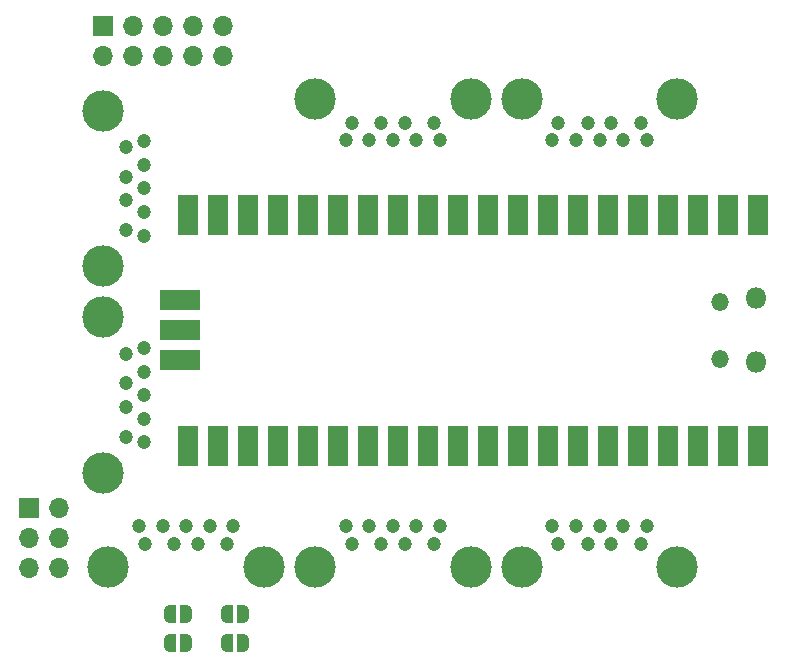
<source format=gbs>
G04 #@! TF.GenerationSoftware,KiCad,Pcbnew,(6.0.2)*
G04 #@! TF.CreationDate,2022-07-10T22:32:38+10:00*
G04 #@! TF.ProjectId,usb_xwitch,7573625f-7877-4697-9463-682e6b696361,0.1*
G04 #@! TF.SameCoordinates,Original*
G04 #@! TF.FileFunction,Soldermask,Bot*
G04 #@! TF.FilePolarity,Negative*
%FSLAX46Y46*%
G04 Gerber Fmt 4.6, Leading zero omitted, Abs format (unit mm)*
G04 Created by KiCad (PCBNEW (6.0.2)) date 2022-07-10 22:32:38*
%MOMM*%
%LPD*%
G01*
G04 APERTURE LIST*
G04 Aperture macros list*
%AMFreePoly0*
4,1,22,0.500000,-0.750000,0.000000,-0.750000,0.000000,-0.745033,-0.079941,-0.743568,-0.215256,-0.701293,-0.333266,-0.622738,-0.424486,-0.514219,-0.481581,-0.384460,-0.499164,-0.250000,-0.500000,-0.250000,-0.500000,0.250000,-0.499164,0.250000,-0.499963,0.256109,-0.478152,0.396186,-0.417904,0.524511,-0.324060,0.630769,-0.204165,0.706417,-0.067858,0.745374,0.000000,0.744959,0.000000,0.750000,
0.500000,0.750000,0.500000,-0.750000,0.500000,-0.750000,$1*%
%AMFreePoly1*
4,1,20,0.000000,0.744959,0.073905,0.744508,0.209726,0.703889,0.328688,0.626782,0.421226,0.519385,0.479903,0.390333,0.500000,0.250000,0.500000,-0.250000,0.499851,-0.262216,0.476331,-0.402017,0.414519,-0.529596,0.319384,-0.634700,0.198574,-0.708877,0.061801,-0.746166,0.000000,-0.745033,0.000000,-0.750000,-0.500000,-0.750000,-0.500000,0.750000,0.000000,0.750000,0.000000,0.744959,
0.000000,0.744959,$1*%
G04 Aperture macros list end*
%ADD10C,1.200000*%
%ADD11C,3.500000*%
%ADD12R,1.700000X1.700000*%
%ADD13O,1.700000X1.700000*%
%ADD14O,1.800000X1.800000*%
%ADD15O,1.500000X1.500000*%
%ADD16R,1.700000X3.500000*%
%ADD17R,3.500000X1.700000*%
%ADD18FreePoly0,0.000000*%
%ADD19FreePoly1,0.000000*%
G04 APERTURE END LIST*
D10*
X154000000Y-90425000D03*
X151500000Y-90425000D03*
X149500000Y-90425000D03*
X147000000Y-90425000D03*
X146500000Y-91925000D03*
X148500000Y-91925000D03*
X150500000Y-91925000D03*
X152500000Y-91925000D03*
X154500000Y-91925000D03*
D11*
X157100000Y-88425000D03*
X143900000Y-88425000D03*
D12*
X108450000Y-82210000D03*
D13*
X108450000Y-84750000D03*
X110990000Y-82210000D03*
X110990000Y-84750000D03*
X113530000Y-82210000D03*
X113530000Y-84750000D03*
X116070000Y-82210000D03*
X116070000Y-84750000D03*
X118610000Y-82210000D03*
X118610000Y-84750000D03*
D10*
X129500000Y-126075000D03*
X132000000Y-126075000D03*
X134000000Y-126075000D03*
X136500000Y-126075000D03*
X137000000Y-124575000D03*
X135000000Y-124575000D03*
X133000000Y-124575000D03*
X131000000Y-124575000D03*
X129000000Y-124575000D03*
D11*
X139600000Y-128075000D03*
X126400000Y-128075000D03*
D10*
X110425000Y-110000000D03*
X110425000Y-112500000D03*
X110425000Y-114500000D03*
X110425000Y-117000000D03*
X111925000Y-117500000D03*
X111925000Y-115500000D03*
X111925000Y-113500000D03*
X111925000Y-111500000D03*
X111925000Y-109500000D03*
D11*
X108425000Y-120100000D03*
X108425000Y-106900000D03*
D12*
X102175000Y-123025000D03*
D13*
X104715000Y-123025000D03*
X102175000Y-125565000D03*
X104715000Y-125565000D03*
X102175000Y-128105000D03*
X104715000Y-128105000D03*
D10*
X147000000Y-126075000D03*
X149500000Y-126075000D03*
X151500000Y-126075000D03*
X154000000Y-126075000D03*
X154500000Y-124575000D03*
X152500000Y-124575000D03*
X150500000Y-124575000D03*
X148500000Y-124575000D03*
X146500000Y-124575000D03*
D11*
X157100000Y-128075000D03*
X143900000Y-128075000D03*
D10*
X136500000Y-90425000D03*
X134000000Y-90425000D03*
X132000000Y-90425000D03*
X129500000Y-90425000D03*
X129000000Y-91925000D03*
X131000000Y-91925000D03*
X133000000Y-91925000D03*
X135000000Y-91925000D03*
X137000000Y-91925000D03*
D11*
X139600000Y-88425000D03*
X126400000Y-88425000D03*
D10*
X110425000Y-92500000D03*
X110425000Y-95000000D03*
X110425000Y-97000000D03*
X110425000Y-99500000D03*
X111925000Y-100000000D03*
X111925000Y-98000000D03*
X111925000Y-96000000D03*
X111925000Y-94000000D03*
X111925000Y-92000000D03*
D11*
X108425000Y-102600000D03*
X108425000Y-89400000D03*
D10*
X112000000Y-126075000D03*
X114500000Y-126075000D03*
X116500000Y-126075000D03*
X119000000Y-126075000D03*
X119500000Y-124575000D03*
X117500000Y-124575000D03*
X115500000Y-124575000D03*
X113500000Y-124575000D03*
X111500000Y-124575000D03*
D11*
X122100000Y-128075000D03*
X108900000Y-128075000D03*
D14*
X163750000Y-105275000D03*
D15*
X160720000Y-110425000D03*
D14*
X163750000Y-110725000D03*
D15*
X160720000Y-105575000D03*
D16*
X163880000Y-117790000D03*
X161340000Y-117790000D03*
X158800000Y-117790000D03*
X156260000Y-117790000D03*
X153720000Y-117790000D03*
X151180000Y-117790000D03*
X148640000Y-117790000D03*
X146100000Y-117790000D03*
X143560000Y-117790000D03*
X141020000Y-117790000D03*
X138480000Y-117790000D03*
X135940000Y-117790000D03*
X133400000Y-117790000D03*
X130860000Y-117790000D03*
X128320000Y-117790000D03*
X125780000Y-117790000D03*
X123240000Y-117790000D03*
X120700000Y-117790000D03*
X118160000Y-117790000D03*
X115620000Y-117790000D03*
X115620000Y-98210000D03*
X118160000Y-98210000D03*
X120700000Y-98210000D03*
X123240000Y-98210000D03*
X125780000Y-98210000D03*
X128320000Y-98210000D03*
X130860000Y-98210000D03*
X133400000Y-98210000D03*
X135940000Y-98210000D03*
X138480000Y-98210000D03*
X141020000Y-98210000D03*
X143560000Y-98210000D03*
X146100000Y-98210000D03*
X148640000Y-98210000D03*
X151180000Y-98210000D03*
X153720000Y-98210000D03*
X156260000Y-98210000D03*
X158800000Y-98210000D03*
X161340000Y-98210000D03*
X163880000Y-98210000D03*
D17*
X114950000Y-110540000D03*
X114950000Y-108000000D03*
X114950000Y-105460000D03*
D18*
X119000000Y-134500000D03*
D19*
X120300000Y-134500000D03*
D18*
X119000000Y-132000000D03*
D19*
X120300000Y-132000000D03*
D18*
X114150000Y-134500000D03*
D19*
X115450000Y-134500000D03*
D18*
X114150000Y-132000000D03*
D19*
X115450000Y-132000000D03*
M02*

</source>
